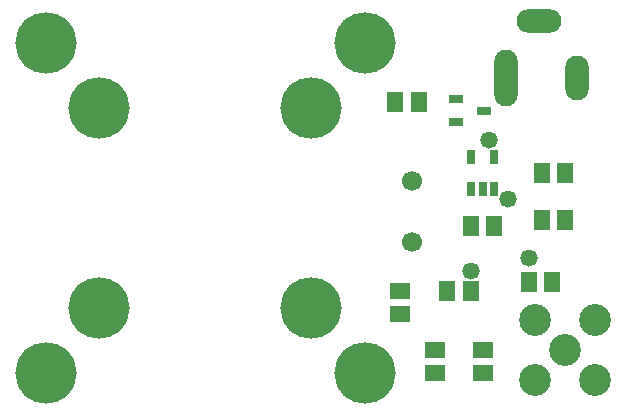
<source format=gts>
G04*
G04 #@! TF.GenerationSoftware,Altium Limited,Altium Designer,20.1.14 (287)*
G04*
G04 Layer_Color=8388736*
%FSLAX42Y42*%
%MOMM*%
G71*
G04*
G04 #@! TF.SameCoordinates,C0F7CC4A-4C12-43CF-AD3A-5075A501ED9E*
G04*
G04*
G04 #@! TF.FilePolarity,Negative*
G04*
G01*
G75*
%ADD18R,1.20X0.80*%
%ADD19R,1.80X1.40*%
%ADD20R,1.40X1.80*%
%ADD21R,0.80X1.20*%
%ADD22C,1.70*%
%ADD23C,5.20*%
%ADD24C,2.70*%
%ADD25O,2.00X4.80*%
%ADD26O,2.00X3.80*%
%ADD27O,3.80X2.00*%
%ADD28C,1.47*%
D18*
X3775Y2620D02*
D03*
Y2430D02*
D03*
X4015Y2525D02*
D03*
D19*
X4000Y500D02*
D03*
Y300D02*
D03*
X3600Y500D02*
D03*
Y300D02*
D03*
X3300Y1000D02*
D03*
Y800D02*
D03*
D20*
X4100Y1550D02*
D03*
X3900D02*
D03*
X4590Y1070D02*
D03*
X4390D02*
D03*
X3260Y2600D02*
D03*
X3460D02*
D03*
X4700Y1600D02*
D03*
X4500D02*
D03*
X3900Y1000D02*
D03*
X3700D02*
D03*
X4700Y2000D02*
D03*
X4500D02*
D03*
D21*
X3905Y2135D02*
D03*
X4095D02*
D03*
Y1865D02*
D03*
X4000D02*
D03*
X3905D02*
D03*
D22*
X3400Y1410D02*
D03*
Y1930D02*
D03*
D23*
X2550Y850D02*
D03*
Y2550D02*
D03*
X750D02*
D03*
Y850D02*
D03*
X3000Y300D02*
D03*
Y3100D02*
D03*
X300Y300D02*
D03*
Y3100D02*
D03*
D24*
X4700Y500D02*
D03*
X4446Y246D02*
D03*
Y754D02*
D03*
X4954D02*
D03*
Y246D02*
D03*
D25*
X4200Y2800D02*
D03*
D26*
X4800Y2800D02*
D03*
D27*
X4480Y3280D02*
D03*
D28*
X4050Y2280D02*
D03*
X4390Y1280D02*
D03*
X4213Y1773D02*
D03*
X3900Y1168D02*
D03*
M02*

</source>
